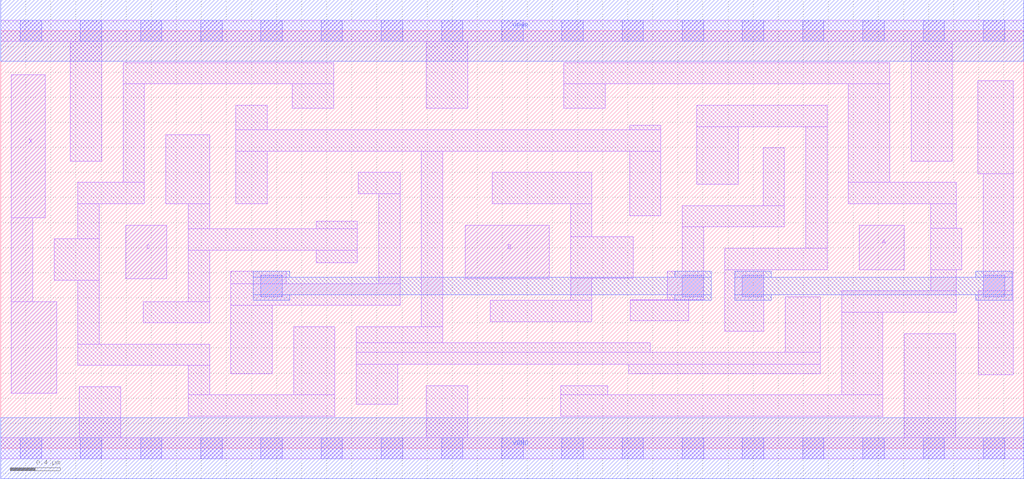
<source format=lef>
# Copyright 2020 The SkyWater PDK Authors
#
# Licensed under the Apache License, Version 2.0 (the "License");
# you may not use this file except in compliance with the License.
# You may obtain a copy of the License at
#
#     https://www.apache.org/licenses/LICENSE-2.0
#
# Unless required by applicable law or agreed to in writing, software
# distributed under the License is distributed on an "AS IS" BASIS,
# WITHOUT WARRANTIES OR CONDITIONS OF ANY KIND, either express or implied.
# See the License for the specific language governing permissions and
# limitations under the License.
#
# SPDX-License-Identifier: Apache-2.0

VERSION 5.7 ;
  NOWIREEXTENSIONATPIN ON ;
  DIVIDERCHAR "/" ;
  BUSBITCHARS "[]" ;
UNITS
  DATABASE MICRONS 200 ;
END UNITS
MACRO sky130_fd_sc_hs__xnor3_1
  CLASS CORE ;
  FOREIGN sky130_fd_sc_hs__xnor3_1 ;
  ORIGIN  0.000000  0.000000 ;
  SIZE  8.160000 BY  3.330000 ;
  SYMMETRY X Y ;
  SITE unit ;
  PIN A
    ANTENNAGATEAREA  0.246000 ;
    DIRECTION INPUT ;
    USE SIGNAL ;
    PORT
      LAYER li1 ;
        RECT 6.845000 1.425000 7.205000 1.780000 ;
    END
  END A
  PIN B
    ANTENNAGATEAREA  0.693000 ;
    DIRECTION INPUT ;
    USE SIGNAL ;
    PORT
      LAYER li1 ;
        RECT 3.705000 1.350000 4.375000 1.780000 ;
    END
  END B
  PIN C
    ANTENNAGATEAREA  0.381000 ;
    DIRECTION INPUT ;
    USE SIGNAL ;
    PORT
      LAYER li1 ;
        RECT 0.995000 1.350000 1.325000 1.780000 ;
    END
  END C
  PIN X
    ANTENNADIFFAREA  0.530100 ;
    DIRECTION OUTPUT ;
    USE SIGNAL ;
    PORT
      LAYER li1 ;
        RECT 0.085000 0.440000 0.445000 1.170000 ;
        RECT 0.085000 1.170000 0.255000 1.840000 ;
        RECT 0.085000 1.840000 0.355000 2.980000 ;
    END
  END X
  PIN VGND
    DIRECTION INOUT ;
    USE GROUND ;
    PORT
      LAYER met1 ;
        RECT 0.000000 -0.245000 8.160000 0.245000 ;
    END
  END VGND
  PIN VPWR
    DIRECTION INOUT ;
    USE POWER ;
    PORT
      LAYER met1 ;
        RECT 0.000000 3.085000 8.160000 3.575000 ;
    END
  END VPWR
  OBS
    LAYER li1 ;
      RECT 0.000000 -0.085000 8.160000 0.085000 ;
      RECT 0.000000  3.245000 8.160000 3.415000 ;
      RECT 0.425000  1.340000 0.785000 1.670000 ;
      RECT 0.555000  2.290000 0.805000 3.245000 ;
      RECT 0.615000  0.660000 1.665000 0.830000 ;
      RECT 0.615000  0.830000 0.785000 1.340000 ;
      RECT 0.615000  1.670000 0.785000 1.950000 ;
      RECT 0.615000  1.950000 1.145000 2.120000 ;
      RECT 0.625000  0.085000 0.955000 0.490000 ;
      RECT 0.975000  2.120000 1.145000 2.905000 ;
      RECT 0.975000  2.905000 2.655000 3.075000 ;
      RECT 1.135000  1.000000 1.665000 1.170000 ;
      RECT 1.315000  1.950000 1.665000 2.500000 ;
      RECT 1.495000  0.255000 2.665000 0.425000 ;
      RECT 1.495000  0.425000 1.665000 0.660000 ;
      RECT 1.495000  1.170000 1.665000 1.580000 ;
      RECT 1.495000  1.580000 2.845000 1.750000 ;
      RECT 1.495000  1.750000 1.665000 1.950000 ;
      RECT 1.835000  0.595000 2.165000 1.140000 ;
      RECT 1.835000  1.140000 3.185000 1.310000 ;
      RECT 1.835000  1.310000 2.275000 1.410000 ;
      RECT 1.875000  1.950000 2.125000 2.370000 ;
      RECT 1.875000  2.370000 5.265000 2.540000 ;
      RECT 1.875000  2.540000 2.125000 2.735000 ;
      RECT 2.325000  2.710000 2.655000 2.905000 ;
      RECT 2.335000  0.425000 2.665000 0.970000 ;
      RECT 2.515000  1.480000 2.845000 1.580000 ;
      RECT 2.515000  1.750000 2.845000 1.810000 ;
      RECT 2.835000  0.350000 3.165000 0.670000 ;
      RECT 2.835000  0.670000 6.535000 0.765000 ;
      RECT 2.835000  0.765000 5.180000 0.840000 ;
      RECT 2.835000  0.840000 3.525000 0.970000 ;
      RECT 2.850000  2.030000 3.185000 2.200000 ;
      RECT 3.015000  1.310000 3.185000 2.030000 ;
      RECT 3.355000  0.970000 3.525000 2.370000 ;
      RECT 3.395000  0.085000 3.725000 0.500000 ;
      RECT 3.395000  2.710000 3.725000 3.245000 ;
      RECT 3.905000  1.010000 4.715000 1.180000 ;
      RECT 3.920000  1.950000 4.715000 2.200000 ;
      RECT 4.465000  0.255000 7.035000 0.425000 ;
      RECT 4.465000  0.425000 4.840000 0.500000 ;
      RECT 4.490000  2.710000 4.820000 2.905000 ;
      RECT 4.490000  2.905000 7.090000 3.075000 ;
      RECT 4.545000  1.180000 4.715000 1.355000 ;
      RECT 4.545000  1.355000 5.045000 1.685000 ;
      RECT 4.545000  1.685000 4.715000 1.950000 ;
      RECT 5.010000  0.595000 6.535000 0.670000 ;
      RECT 5.015000  1.855000 5.265000 2.370000 ;
      RECT 5.015000  2.540000 5.265000 2.575000 ;
      RECT 5.020000  1.015000 5.485000 1.180000 ;
      RECT 5.020000  1.180000 5.605000 1.185000 ;
      RECT 5.315000  1.185000 5.605000 1.410000 ;
      RECT 5.435000  1.410000 5.605000 1.765000 ;
      RECT 5.435000  1.765000 6.250000 1.935000 ;
      RECT 5.550000  2.105000 5.880000 2.565000 ;
      RECT 5.550000  2.565000 6.590000 2.735000 ;
      RECT 5.775000  0.935000 6.085000 1.425000 ;
      RECT 5.775000  1.425000 6.590000 1.595000 ;
      RECT 6.080000  1.935000 6.250000 2.395000 ;
      RECT 6.255000  0.765000 6.535000 1.210000 ;
      RECT 6.420000  1.595000 6.590000 2.565000 ;
      RECT 6.705000  0.425000 7.035000 1.085000 ;
      RECT 6.705000  1.085000 7.620000 1.255000 ;
      RECT 6.760000  1.950000 7.620000 2.120000 ;
      RECT 6.760000  2.120000 7.090000 2.905000 ;
      RECT 7.205000  0.085000 7.615000 0.915000 ;
      RECT 7.260000  2.290000 7.590000 3.245000 ;
      RECT 7.415000  1.255000 7.620000 1.425000 ;
      RECT 7.415000  1.425000 7.665000 1.755000 ;
      RECT 7.415000  1.755000 7.620000 1.950000 ;
      RECT 7.790000  2.190000 8.075000 2.930000 ;
      RECT 7.795000  0.585000 8.075000 1.255000 ;
      RECT 7.835000  1.255000 8.075000 2.190000 ;
    LAYER mcon ;
      RECT 0.155000 -0.085000 0.325000 0.085000 ;
      RECT 0.155000  3.245000 0.325000 3.415000 ;
      RECT 0.635000 -0.085000 0.805000 0.085000 ;
      RECT 0.635000  3.245000 0.805000 3.415000 ;
      RECT 1.115000 -0.085000 1.285000 0.085000 ;
      RECT 1.115000  3.245000 1.285000 3.415000 ;
      RECT 1.595000 -0.085000 1.765000 0.085000 ;
      RECT 1.595000  3.245000 1.765000 3.415000 ;
      RECT 2.075000 -0.085000 2.245000 0.085000 ;
      RECT 2.075000  1.210000 2.245000 1.380000 ;
      RECT 2.075000  3.245000 2.245000 3.415000 ;
      RECT 2.555000 -0.085000 2.725000 0.085000 ;
      RECT 2.555000  3.245000 2.725000 3.415000 ;
      RECT 3.035000 -0.085000 3.205000 0.085000 ;
      RECT 3.035000  3.245000 3.205000 3.415000 ;
      RECT 3.515000 -0.085000 3.685000 0.085000 ;
      RECT 3.515000  3.245000 3.685000 3.415000 ;
      RECT 3.995000 -0.085000 4.165000 0.085000 ;
      RECT 3.995000  3.245000 4.165000 3.415000 ;
      RECT 4.475000 -0.085000 4.645000 0.085000 ;
      RECT 4.475000  3.245000 4.645000 3.415000 ;
      RECT 4.955000 -0.085000 5.125000 0.085000 ;
      RECT 4.955000  3.245000 5.125000 3.415000 ;
      RECT 5.435000 -0.085000 5.605000 0.085000 ;
      RECT 5.435000  1.210000 5.605000 1.380000 ;
      RECT 5.435000  3.245000 5.605000 3.415000 ;
      RECT 5.915000 -0.085000 6.085000 0.085000 ;
      RECT 5.915000  1.210000 6.085000 1.380000 ;
      RECT 5.915000  3.245000 6.085000 3.415000 ;
      RECT 6.395000 -0.085000 6.565000 0.085000 ;
      RECT 6.395000  3.245000 6.565000 3.415000 ;
      RECT 6.875000 -0.085000 7.045000 0.085000 ;
      RECT 6.875000  3.245000 7.045000 3.415000 ;
      RECT 7.355000 -0.085000 7.525000 0.085000 ;
      RECT 7.355000  3.245000 7.525000 3.415000 ;
      RECT 7.835000 -0.085000 8.005000 0.085000 ;
      RECT 7.835000  1.210000 8.005000 1.380000 ;
      RECT 7.835000  3.245000 8.005000 3.415000 ;
    LAYER met1 ;
      RECT 2.015000 1.180000 2.305000 1.225000 ;
      RECT 2.015000 1.225000 5.665000 1.365000 ;
      RECT 2.015000 1.365000 2.305000 1.410000 ;
      RECT 5.375000 1.180000 5.665000 1.225000 ;
      RECT 5.375000 1.365000 5.665000 1.410000 ;
      RECT 5.855000 1.180000 6.145000 1.225000 ;
      RECT 5.855000 1.225000 8.065000 1.365000 ;
      RECT 5.855000 1.365000 6.145000 1.410000 ;
      RECT 7.775000 1.180000 8.065000 1.225000 ;
      RECT 7.775000 1.365000 8.065000 1.410000 ;
  END
END sky130_fd_sc_hs__xnor3_1
END LIBRARY

</source>
